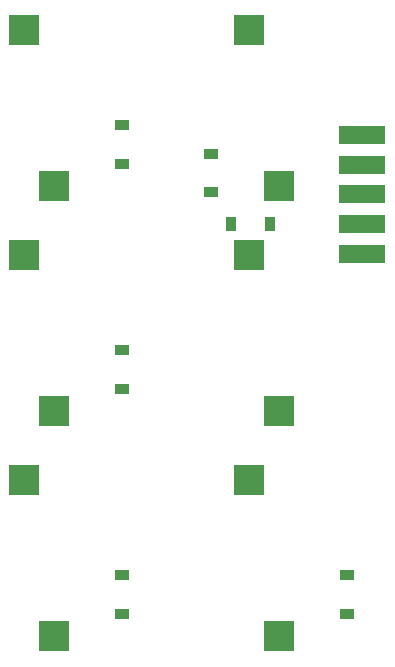
<source format=gbp>
G04 EAGLE Gerber RS-274X export*
G75*
%MOMM*%
%FSLAX34Y34*%
%LPD*%
%INSolderpaste Bottom*%
%IPPOS*%
%AMOC8*
5,1,8,0,0,1.08239X$1,22.5*%
G01*
G04 Define Apertures*
%ADD10R,1.220000X0.910000*%
%ADD11R,0.910000X1.220000*%
%ADD12R,2.550000X2.500000*%
%ADD13R,4.000000X1.500000*%
D10*
X-63500Y136050D03*
X-63500Y168750D03*
X-63500Y-54450D03*
X-63500Y-21750D03*
X-63500Y-244950D03*
X-63500Y-212250D03*
X11900Y111950D03*
X11900Y144650D03*
D11*
X29150Y84700D03*
X61850Y84700D03*
D10*
X127000Y-244950D03*
X127000Y-212250D03*
D12*
X-120650Y116900D03*
X-146050Y248900D03*
X-120650Y-73600D03*
X-146050Y58400D03*
X-120650Y-264100D03*
X-146050Y-132100D03*
X69850Y116900D03*
X44450Y248900D03*
X69850Y-73600D03*
X44450Y58400D03*
X69850Y-264100D03*
X44450Y-132100D03*
D13*
X140000Y60000D03*
X140000Y85000D03*
X140000Y110000D03*
X140000Y135000D03*
X140000Y160000D03*
M02*

</source>
